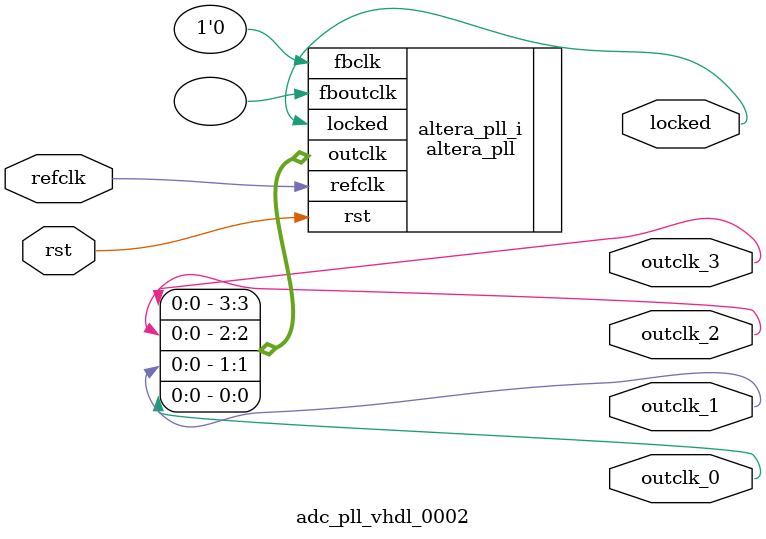
<source format=v>
`timescale 1ns/10ps
module  adc_pll_vhdl_0002(

	// interface 'refclk'
	input wire refclk,

	// interface 'reset'
	input wire rst,

	// interface 'outclk0'
	output wire outclk_0,

	// interface 'outclk1'
	output wire outclk_1,

	// interface 'outclk2'
	output wire outclk_2,

	// interface 'outclk3'
	output wire outclk_3,

	// interface 'locked'
	output wire locked
);

	altera_pll #(
		.fractional_vco_multiplier("false"),
		.reference_clock_frequency("100.0 MHz"),
		.operation_mode("direct"),
		.number_of_clocks(4),
		.output_clock_frequency0("40.000000 MHz"),
		.phase_shift0("0 ps"),
		.duty_cycle0(50),
		.output_clock_frequency1("40.000000 MHz"),
		.phase_shift1("6250 ps"),
		.duty_cycle1(50),
		.output_clock_frequency2("40.000000 MHz"),
		.phase_shift2("12500 ps"),
		.duty_cycle2(50),
		.output_clock_frequency3("40.000000 MHz"),
		.phase_shift3("18750 ps"),
		.duty_cycle3(50),
		.output_clock_frequency4("0 MHz"),
		.phase_shift4("0 ps"),
		.duty_cycle4(50),
		.output_clock_frequency5("0 MHz"),
		.phase_shift5("0 ps"),
		.duty_cycle5(50),
		.output_clock_frequency6("0 MHz"),
		.phase_shift6("0 ps"),
		.duty_cycle6(50),
		.output_clock_frequency7("0 MHz"),
		.phase_shift7("0 ps"),
		.duty_cycle7(50),
		.output_clock_frequency8("0 MHz"),
		.phase_shift8("0 ps"),
		.duty_cycle8(50),
		.output_clock_frequency9("0 MHz"),
		.phase_shift9("0 ps"),
		.duty_cycle9(50),
		.output_clock_frequency10("0 MHz"),
		.phase_shift10("0 ps"),
		.duty_cycle10(50),
		.output_clock_frequency11("0 MHz"),
		.phase_shift11("0 ps"),
		.duty_cycle11(50),
		.output_clock_frequency12("0 MHz"),
		.phase_shift12("0 ps"),
		.duty_cycle12(50),
		.output_clock_frequency13("0 MHz"),
		.phase_shift13("0 ps"),
		.duty_cycle13(50),
		.output_clock_frequency14("0 MHz"),
		.phase_shift14("0 ps"),
		.duty_cycle14(50),
		.output_clock_frequency15("0 MHz"),
		.phase_shift15("0 ps"),
		.duty_cycle15(50),
		.output_clock_frequency16("0 MHz"),
		.phase_shift16("0 ps"),
		.duty_cycle16(50),
		.output_clock_frequency17("0 MHz"),
		.phase_shift17("0 ps"),
		.duty_cycle17(50),
		.pll_type("General"),
		.pll_subtype("General")
	) altera_pll_i (
		.rst	(rst),
		.outclk	({outclk_3, outclk_2, outclk_1, outclk_0}),
		.locked	(locked),
		.fboutclk	( ),
		.fbclk	(1'b0),
		.refclk	(refclk)
	);
endmodule


</source>
